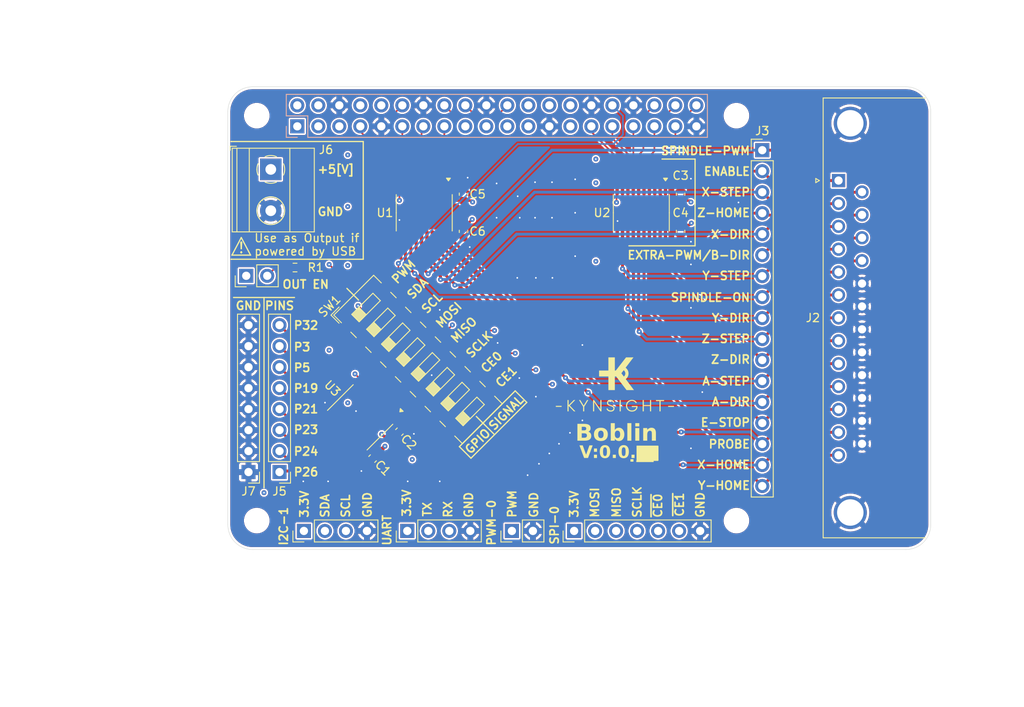
<source format=kicad_pcb>
(kicad_pcb
	(version 20240108)
	(generator "pcbnew")
	(generator_version "8.0")
	(general
		(thickness 1.6)
		(legacy_teardrops no)
	)
	(paper "A4")
	(layers
		(0 "F.Cu" signal)
		(1 "In1.Cu" signal)
		(2 "In2.Cu" signal)
		(31 "B.Cu" mixed)
		(32 "B.Adhes" user "B.Adhesive")
		(33 "F.Adhes" user "F.Adhesive")
		(34 "B.Paste" user)
		(35 "F.Paste" user)
		(36 "B.SilkS" user "B.Silkscreen")
		(37 "F.SilkS" user "F.Silkscreen")
		(38 "B.Mask" user)
		(39 "F.Mask" user)
		(40 "Dwgs.User" user "User.Drawings")
		(41 "Cmts.User" user "User.Comments")
		(42 "Eco1.User" user "User.Eco1")
		(43 "Eco2.User" user "User.Eco2")
		(44 "Edge.Cuts" user)
		(45 "Margin" user)
		(46 "B.CrtYd" user "B.Courtyard")
		(47 "F.CrtYd" user "F.Courtyard")
		(48 "B.Fab" user)
		(49 "F.Fab" user)
		(50 "User.1" user)
		(51 "User.2" user)
		(52 "User.3" user)
		(53 "User.4" user)
		(54 "User.5" user)
		(55 "User.6" user)
		(56 "User.7" user)
		(57 "User.8" user)
		(58 "User.9" user)
	)
	(setup
		(stackup
			(layer "F.SilkS"
				(type "Top Silk Screen")
			)
			(layer "F.Paste"
				(type "Top Solder Paste")
			)
			(layer "F.Mask"
				(type "Top Solder Mask")
				(thickness 0.01)
			)
			(layer "F.Cu"
				(type "copper")
				(thickness 0.035)
			)
			(layer "dielectric 1"
				(type "prepreg")
				(thickness 0.1)
				(material "FR4")
				(epsilon_r 4.5)
				(loss_tangent 0.02)
			)
			(layer "In1.Cu"
				(type "copper")
				(thickness 0.035)
			)
			(layer "dielectric 2"
				(type "core")
				(thickness 1.24)
				(material "FR4")
				(epsilon_r 4.5)
				(loss_tangent 0.02)
			)
			(layer "In2.Cu"
				(type "copper")
				(thickness 0.035)
			)
			(layer "dielectric 3"
				(type "prepreg")
				(thickness 0.1)
				(material "FR4")
				(epsilon_r 4.5)
				(loss_tangent 0.02)
			)
			(layer "B.Cu"
				(type "copper")
				(thickness 0.035)
			)
			(layer "B.Mask"
				(type "Bottom Solder Mask")
				(thickness 0.01)
			)
			(layer "B.Paste"
				(type "Bottom Solder Paste")
			)
			(layer "B.SilkS"
				(type "Bottom Silk Screen")
			)
			(copper_finish "None")
			(dielectric_constraints no)
		)
		(pad_to_mask_clearance 0)
		(allow_soldermask_bridges_in_footprints no)
		(aux_axis_origin 50 106)
		(grid_origin 50 106)
		(pcbplotparams
			(layerselection 0x00010fc_ffffffff)
			(plot_on_all_layers_selection 0x0000000_00000000)
			(disableapertmacros no)
			(usegerberextensions no)
			(usegerberattributes yes)
			(usegerberadvancedattributes yes)
			(creategerberjobfile yes)
			(dashed_line_dash_ratio 12.000000)
			(dashed_line_gap_ratio 3.000000)
			(svgprecision 4)
			(plotframeref no)
			(viasonmask no)
			(mode 1)
			(useauxorigin no)
			(hpglpennumber 1)
			(hpglpenspeed 20)
			(hpglpendiameter 15.000000)
			(pdf_front_fp_property_popups yes)
			(pdf_back_fp_property_popups yes)
			(dxfpolygonmode yes)
			(dxfimperialunits yes)
			(dxfusepcbnewfont yes)
			(psnegative no)
			(psa4output no)
			(plotreference yes)
			(plotvalue yes)
			(plotfptext yes)
			(plotinvisibletext no)
			(sketchpadsonfab no)
			(subtractmaskfromsilk no)
			(outputformat 1)
			(mirror no)
			(drillshape 1)
			(scaleselection 1)
			(outputdirectory "")
		)
	)
	(net 0 "")
	(net 1 "A-STEP-RPI")
	(net 2 "E-STOP-RPI")
	(net 3 "A-DIR-RPI")
	(net 4 "GND")
	(net 5 "Y-HOME-RPI")
	(net 6 "Z-STEP-RPI")
	(net 7 "ENABLE-RPI")
	(net 8 "X-HOME-RPI")
	(net 9 "Z-HOME-RPI")
	(net 10 "Z-DIR-RPI")
	(net 11 "SPINDLE-PWM-RPI")
	(net 12 "SPINDLE-ON-RPI")
	(net 13 "X-STEP-RPI")
	(net 14 "Y-STEP-RPI")
	(net 15 "Y-DIR-RPI")
	(net 16 "X-DIR-RPI")
	(net 17 "A-STEP-PORT")
	(net 18 "X-HOME-PORT")
	(net 19 "Y-STEP-PORT")
	(net 20 "X-DIR-PORT")
	(net 21 "A-DIR-PORT")
	(net 22 "X-STEP-PORT")
	(net 23 "SPINDLE-ON-PORT")
	(net 24 "SPINDLE-PWM-PORT")
	(net 25 "Z-STEP-PORT")
	(net 26 "Y-DIR-PORT")
	(net 27 "ENABLE-PORT")
	(net 28 "Y-HOME-PORT")
	(net 29 "E-STOP-PORT")
	(net 30 "PROBE-PORT")
	(net 31 "Z-HOME-PORT")
	(net 32 "Z-DIR-PORT")
	(net 33 "PROBE-RPI")
	(net 34 "3.3V")
	(net 35 "5V")
	(net 36 "SHIFTERS_EN")
	(net 37 "~{SPI-CE1-RPI}")
	(net 38 "SPI-SCLK-RPI")
	(net 39 "UART-TX")
	(net 40 "~{SPI-CE0-RPI}")
	(net 41 "UART-RX")
	(net 42 "SPI-MOSI-RPI")
	(net 43 "EXTRA-PWM-RPI")
	(net 44 "SPI-MISO-RPI")
	(net 45 "EXTRA-PWM-PORT")
	(net 46 "unconnected-(J1-ID_SD_I2C0{slash}GPIO00-Pad27)")
	(net 47 "I2C1-SCL-RPI")
	(net 48 "unconnected-(J1-ID_SC_I2C0{slash}GPIO01-Pad28)")
	(net 49 "I2C1-SDA-RPI")
	(net 50 "Net-(J5-Pin_7)")
	(net 51 "Net-(J5-Pin_1)")
	(net 52 "Net-(J5-Pin_6)")
	(net 53 "Net-(J5-Pin_4)")
	(net 54 "Net-(J5-Pin_2)")
	(net 55 "Net-(J5-Pin_3)")
	(net 56 "Net-(J5-Pin_5)")
	(net 57 "Net-(U3-A1)")
	(net 58 "Net-(U3-A4)")
	(net 59 "Net-(U3-A5)")
	(net 60 "Net-(U3-A7)")
	(net 61 "Net-(U3-A2)")
	(net 62 "Net-(U3-A8)")
	(net 63 "Net-(U3-A3)")
	(net 64 "Net-(U3-A6)")
	(footprint "Capacitor_SMD:C_0603_1608Metric" (layer "F.Cu") (at 67.5 95 45))
	(footprint "Connector_PinHeader_2.54mm:PinHeader_1x02_P2.54mm_Vertical" (layer "F.Cu") (at 84.35 103.75 90))
	(footprint "Connector_PinHeader_2.54mm:PinHeader_1x08_P2.54mm_Vertical" (layer "F.Cu") (at 56.25 96.625 180))
	(footprint "Capacitor_SMD:C_0603_1608Metric" (layer "F.Cu") (at 78.5 67.5 90))
	(footprint "MountingHole:MountingHole_2.7mm_M2.5_ISO14580" (layer "F.Cu") (at 111.5 102.5))
	(footprint "Connector_PinHeader_2.54mm:PinHeader_1x04_P2.54mm_Vertical" (layer "F.Cu") (at 71.7 103.75 90))
	(footprint "Resistor_SMD:R_0603_1608Metric" (layer "F.Cu") (at 58.125 71.875 180))
	(footprint "Connector_PinHeader_2.54mm:PinHeader_1x08_P2.54mm_Vertical" (layer "F.Cu") (at 52.5 96.625 180))
	(footprint "Connector_PinHeader_2.54mm:PinHeader_1x07_P2.54mm_Vertical" (layer "F.Cu") (at 91.875 103.75 90))
	(footprint "Package_SO:TSSOP-20_4.4x6.5mm_P0.65mm" (layer "F.Cu") (at 100 65.25 -90))
	(footprint "MountingHole:MountingHole_2.7mm_M2.5_ISO14580" (layer "F.Cu") (at 111.5 53.5))
	(footprint "Connector_PinHeader_2.54mm:PinHeader_1x04_P2.54mm_Vertical" (layer "F.Cu") (at 59.2 103.75 90))
	(footprint "ked_symbols:kynsight_logo_with_text_15x15" (layer "F.Cu") (at 97 86.25))
	(footprint "Capacitor_SMD:C_0603_1608Metric" (layer "F.Cu") (at 104.75 67.5 90))
	(footprint "TerminalBlock_Phoenix:TerminalBlock_Phoenix_MKDS-1,5-2_1x02_P5.00mm_Horizontal" (layer "F.Cu") (at 55.195 60 -90))
	(footprint "Connector_PinHeader_2.54mm:PinHeader_1x17_P2.54mm_Vertical" (layer "F.Cu") (at 114.625 57.675))
	(footprint "Button_Switch_SMD:SW_DIP_SPSTx08_Slide_6.7x21.88mm_W6.73mm_P2.54mm_LowProfile_JPin" (layer "F.Cu") (at 73 83 45))
	(footprint "Connector_PinHeader_2.54mm:PinHeader_1x02_P2.54mm_Vertical" (layer "F.Cu") (at 52.224999 72.875 90))
	(footprint "Connector_Dsub:DSUB-25_Female_Horizontal_P2.77x2.84mm_EdgePinOffset7.70mm_Housed_MountingHolesOffset9.12mm"
		(locked yes)
		(layer "F.Cu")
		(uuid "bba54db3-0266-4e10-9e50-3e987c1dc7a9")
		(at 123.85 61.35 90)
		(descr "25-pin D-Sub connector, horizontal/angled (90 deg), THT-mount, female, pitch 2.77x2.84mm, pin-PCB-offset 7.7mm, distance of mounting holes 47.1mm, distance of mounting holes to PCB edge 9.12mm, see https://disti-assets.s3.amazonaws.com/tonar/files/datasheets/16730.pdf")
		(tags "25-pin D-Sub connector horizontal angled 90deg THT female pitch 2.77x2.84mm pin-PCB-offset 7.7mm mounting-holes-distance 47.1mm mounting-hole-offset 9.12mm")
		(property "Reference" "J2"
			(at -16.62 -3.1 180)
			(layer "F.SilkS")
			(uuid "a2a39341-6d1d-420a-ac8a-d0fbd9d2061d")
			(effects
				(font
					(size 1 1)
					(thickness 0.15)
				)
			)
		)
		(property "Value" "DB25_Plug"
			(at -16.62 18.61 90)
			(layer "F.Fab")
			(uuid "9a9c438a-2d80-4552-87a6-a390f584093a")
			(effects
				(font
					(size 1 1)
					(thickness 0.15)
				)
			)
		)
		(property "Footprint" "Connector_Dsub:DSUB-25_Female_Horizontal_P2.77x2.84mm_EdgePinOffset7.70mm_Housed_MountingHolesOffset9.12mm"
			(at 0 0 90)
			(layer "F.Fab")
			(hide yes)
			(uuid "f88693a7-7a17-49b1-9e89-c39b1e4ec31a")
			(effects
				(font
					(size 1.27 1.27)
					(thickness 0.15)
				)
			)
		)
		(property "Datasheet" ""
			(at 0 0 90)
			(layer "F.Fab")
			(hide yes)
			(uuid "b8296409-6607-4eb6-b574-c974cec8922f")
			(effects
				(font
					(size 1.27 1.27)
					(thickness 0.15)
				)
			)
		)
		(property "Description" "25-pin male plug pin D-SUB connector, Mounting Hole"
			(at 0 0 90)
			(layer "F.Fab")
			(hide yes)
			(uuid "8ed25606-68fa-47b1-ad92-7892e6cb8586")
			(effects
				(font
					(size 1.27 1.27)
					(thickness 0.15)
				)
			)
		)
		(property "Man" ""
			(at 0 0 90)
			(unlocked yes)
			(layer "F.Fab")
			(hide yes)
			(uuid "67797ed4-34f7-4942-b346-ae0f27921fb7")
			(effects
				(font
					(size 1 1)
					(thickness 0.15)
				)
			)
		)
		(property "Man_No" ""
			(at 0 0 90)
			(unlocked yes)
			(layer "F.Fab")
			(hide yes)
			(uuid "ec4b0a03-fa05-4460-804b-06cad32ad536")
			(effects
				(font
					(size 1 1)
					(thickness 0.15)
				)
			)
		)
		(property "Disti" "Mouser"
			(at 0 0 90)
			(unlocked yes)
			(layer "F.Fab")
			(hide yes)
			(uuid "83940e73-56cd-4ed2-b0ff-cb7725ab7caa")
			(effects
				(font
					(size 1 1)
					(thickness 0.15)
				)
			)
		)
		(property "Disti_No" ""
			(at 0 0 90)
			(unlocked yes)
			(layer "F.Fab")
			(hide yes)
			(uuid "26e2ddf9-9a25-41ee-915c-a542cb4367e8")
			(effects
				(font
					(size 1 1)
					(thickness 0.15)
				)
			)
		)
		(property ki_fp_filters "DSUB*Male*")
		(path "/79307520-2a14-4d35-bac8-0c11a1041b76")
		(sheetname
... [1272200 chars truncated]
</source>
